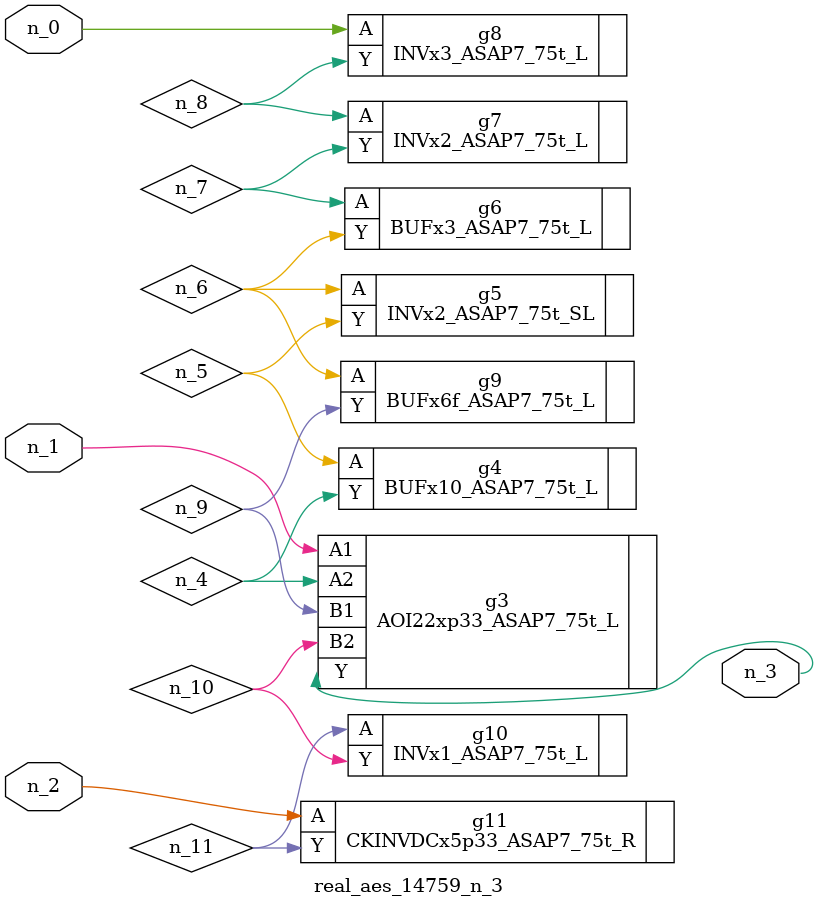
<source format=v>
module real_aes_14759_n_3 (n_0, n_2, n_1, n_3);
input n_0;
input n_2;
input n_1;
output n_3;
wire n_4;
wire n_5;
wire n_7;
wire n_9;
wire n_6;
wire n_8;
wire n_10;
wire n_11;
INVx3_ASAP7_75t_L g8 ( .A(n_0), .Y(n_8) );
AOI22xp33_ASAP7_75t_L g3 ( .A1(n_1), .A2(n_4), .B1(n_9), .B2(n_10), .Y(n_3) );
CKINVDCx5p33_ASAP7_75t_R g11 ( .A(n_2), .Y(n_11) );
BUFx10_ASAP7_75t_L g4 ( .A(n_5), .Y(n_4) );
INVx2_ASAP7_75t_SL g5 ( .A(n_6), .Y(n_5) );
BUFx6f_ASAP7_75t_L g9 ( .A(n_6), .Y(n_9) );
BUFx3_ASAP7_75t_L g6 ( .A(n_7), .Y(n_6) );
INVx2_ASAP7_75t_L g7 ( .A(n_8), .Y(n_7) );
INVx1_ASAP7_75t_L g10 ( .A(n_11), .Y(n_10) );
endmodule
</source>
